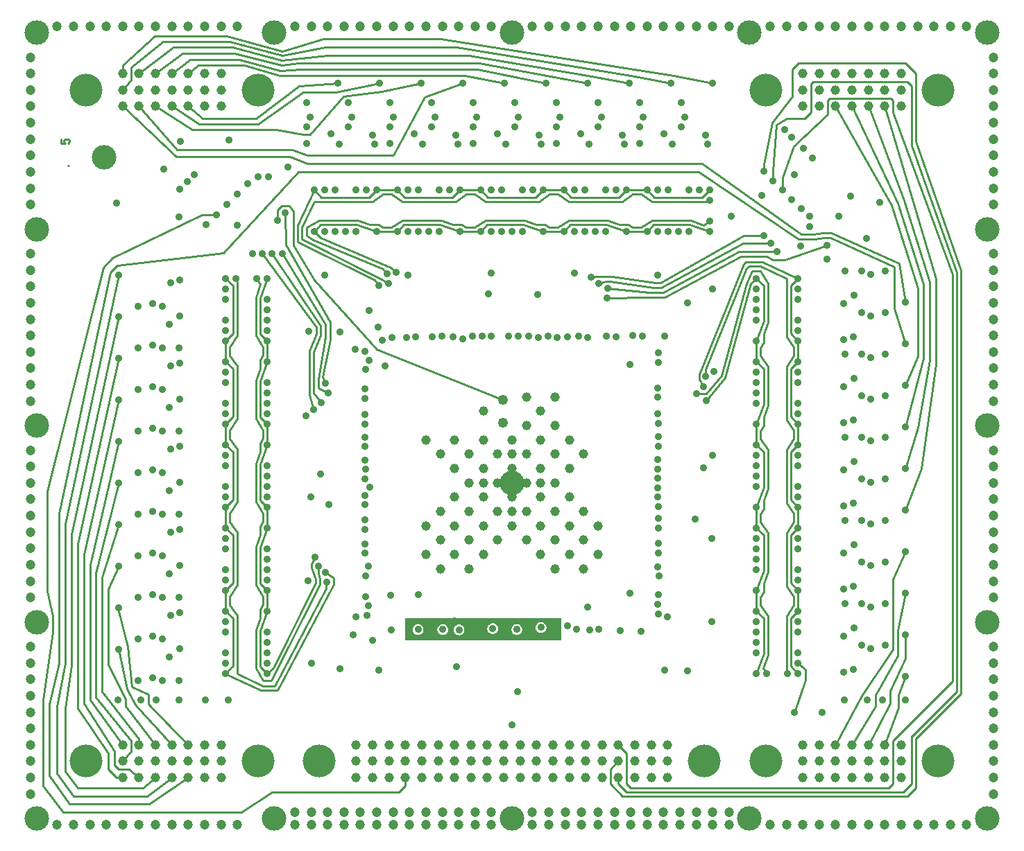
<source format=gbr>
G04 start of page 3 for group 1 idx 1 *
G04 Title: HETEPTANA, signal *
G04 Creator: pcb 1.99z *
G04 CreationDate: Mo 30 Mär 2015 16:46:12 GMT UTC *
G04 For: stephan *
G04 Format: Gerber/RS-274X *
G04 PCB-Dimensions (mil): 5511.81 4724.41 *
G04 PCB-Coordinate-Origin: lower left *
%MOIN*%
%FSLAX25Y25*%
%LNSIGNAL*%
%ADD51C,0.0236*%
%ADD50C,0.0787*%
%ADD49C,0.0276*%
%ADD48C,0.0256*%
%ADD47C,0.0866*%
%ADD46C,0.0157*%
%ADD45C,0.0160*%
%ADD44C,0.0492*%
%ADD43C,0.0354*%
%ADD42C,0.0360*%
%ADD41C,0.1181*%
%ADD40C,0.0472*%
%ADD39C,0.1575*%
%ADD38C,0.0453*%
%ADD37C,0.0098*%
%ADD36C,0.0100*%
%ADD35C,0.0098*%
%ADD34C,0.0001*%
G54D34*G36*
X289563Y143701D02*X299213D01*
Y132874D01*
X289563D01*
Y136578D01*
X289567Y136578D01*
X289973Y136610D01*
X290369Y136705D01*
X290745Y136861D01*
X291092Y137074D01*
X291402Y137338D01*
X291667Y137648D01*
X291879Y137995D01*
X292035Y138371D01*
X292130Y138767D01*
X292154Y139173D01*
X292130Y139579D01*
X292035Y139975D01*
X291879Y140352D01*
X291667Y140699D01*
X291402Y141008D01*
X291092Y141273D01*
X290745Y141486D01*
X290369Y141642D01*
X289973Y141737D01*
X289567Y141769D01*
X289563Y141768D01*
Y143701D01*
G37*
G36*
X277949D02*X289563D01*
Y141768D01*
X289161Y141737D01*
X288765Y141642D01*
X288389Y141486D01*
X288041Y141273D01*
X287732Y141008D01*
X287467Y140699D01*
X287254Y140352D01*
X287099Y139975D01*
X287004Y139579D01*
X286972Y139173D01*
X287004Y138767D01*
X287099Y138371D01*
X287254Y137995D01*
X287467Y137648D01*
X287732Y137338D01*
X288041Y137074D01*
X288389Y136861D01*
X288765Y136705D01*
X289161Y136610D01*
X289563Y136578D01*
Y132874D01*
X277949D01*
Y135594D01*
X277953Y135594D01*
X278359Y135626D01*
X278755Y135721D01*
X279131Y135876D01*
X279478Y136089D01*
X279788Y136354D01*
X280052Y136663D01*
X280265Y137011D01*
X280421Y137387D01*
X280516Y137783D01*
X280540Y138189D01*
X280516Y138595D01*
X280421Y138991D01*
X280265Y139367D01*
X280052Y139715D01*
X279788Y140024D01*
X279478Y140289D01*
X279131Y140501D01*
X278755Y140657D01*
X278359Y140752D01*
X277953Y140784D01*
X277949Y140784D01*
Y143701D01*
G37*
G36*
X266335D02*X277949D01*
Y140784D01*
X277547Y140752D01*
X277151Y140657D01*
X276774Y140501D01*
X276427Y140289D01*
X276118Y140024D01*
X275853Y139715D01*
X275640Y139367D01*
X275484Y138991D01*
X275389Y138595D01*
X275357Y138189D01*
X275389Y137783D01*
X275484Y137387D01*
X275640Y137011D01*
X275853Y136663D01*
X276118Y136354D01*
X276427Y136089D01*
X276774Y135876D01*
X277151Y135721D01*
X277547Y135626D01*
X277949Y135594D01*
Y132874D01*
X266335D01*
Y135988D01*
X266339Y135987D01*
X266745Y136019D01*
X267141Y136114D01*
X267517Y136270D01*
X267864Y136483D01*
X268174Y136747D01*
X268438Y137057D01*
X268651Y137404D01*
X268807Y137781D01*
X268902Y138177D01*
X268926Y138583D01*
X268902Y138989D01*
X268807Y139385D01*
X268651Y139761D01*
X268438Y140108D01*
X268174Y140418D01*
X267864Y140682D01*
X267517Y140895D01*
X267141Y141051D01*
X266745Y141146D01*
X266339Y141178D01*
X266335Y141178D01*
Y143701D01*
G37*
G36*
X250193D02*X266335D01*
Y141178D01*
X265933Y141146D01*
X265537Y141051D01*
X265160Y140895D01*
X264813Y140682D01*
X264503Y140418D01*
X264239Y140108D01*
X264026Y139761D01*
X263870Y139385D01*
X263775Y138989D01*
X263743Y138583D01*
X263775Y138177D01*
X263870Y137781D01*
X264026Y137404D01*
X264239Y137057D01*
X264503Y136747D01*
X264813Y136483D01*
X265160Y136270D01*
X265537Y136114D01*
X265933Y136019D01*
X266335Y135988D01*
Y132874D01*
X250193D01*
Y135397D01*
X250197Y135397D01*
X250603Y135429D01*
X250999Y135524D01*
X251375Y135680D01*
X251722Y135892D01*
X252032Y136157D01*
X252297Y136467D01*
X252509Y136814D01*
X252665Y137190D01*
X252760Y137586D01*
X252784Y137992D01*
X252760Y138398D01*
X252665Y138794D01*
X252509Y139170D01*
X252297Y139518D01*
X252032Y139827D01*
X251722Y140092D01*
X251375Y140305D01*
X250999Y140460D01*
X250603Y140556D01*
X250197Y140588D01*
X250193Y140587D01*
Y143701D01*
G37*
G36*
X242319D02*X250193D01*
Y140587D01*
X249791Y140556D01*
X249395Y140460D01*
X249019Y140305D01*
X248671Y140092D01*
X248362Y139827D01*
X248097Y139518D01*
X247884Y139170D01*
X247728Y138794D01*
X247633Y138398D01*
X247601Y137992D01*
X247633Y137586D01*
X247728Y137190D01*
X247884Y136814D01*
X248097Y136467D01*
X248362Y136157D01*
X248671Y135892D01*
X249019Y135680D01*
X249395Y135524D01*
X249791Y135429D01*
X250193Y135397D01*
Y132874D01*
X242319D01*
Y135594D01*
X242323Y135594D01*
X242729Y135626D01*
X243125Y135721D01*
X243501Y135876D01*
X243848Y136089D01*
X244158Y136354D01*
X244423Y136663D01*
X244635Y137011D01*
X244791Y137387D01*
X244886Y137783D01*
X244910Y138189D01*
X244886Y138595D01*
X244791Y138991D01*
X244635Y139367D01*
X244423Y139715D01*
X244158Y140024D01*
X243848Y140289D01*
X243501Y140501D01*
X243125Y140657D01*
X242729Y140752D01*
X242323Y140784D01*
X242319Y140784D01*
Y143701D01*
G37*
G36*
X230508D02*X242319D01*
Y140784D01*
X241917Y140752D01*
X241521Y140657D01*
X241145Y140501D01*
X240797Y140289D01*
X240488Y140024D01*
X240223Y139715D01*
X240010Y139367D01*
X239854Y138991D01*
X239759Y138595D01*
X239727Y138189D01*
X239759Y137783D01*
X239854Y137387D01*
X240010Y137011D01*
X240223Y136663D01*
X240488Y136354D01*
X240797Y136089D01*
X241145Y135876D01*
X241521Y135721D01*
X241917Y135626D01*
X242319Y135594D01*
Y132874D01*
X230508D01*
Y135594D01*
X230512Y135594D01*
X230918Y135626D01*
X231314Y135721D01*
X231690Y135876D01*
X232037Y136089D01*
X232347Y136354D01*
X232612Y136663D01*
X232824Y137011D01*
X232980Y137387D01*
X233075Y137783D01*
X233099Y138189D01*
X233075Y138595D01*
X232980Y138991D01*
X232824Y139367D01*
X232612Y139715D01*
X232347Y140024D01*
X232037Y140289D01*
X231690Y140501D01*
X231314Y140657D01*
X230918Y140752D01*
X230512Y140784D01*
X230508Y140784D01*
Y143701D01*
G37*
G36*
X224409D02*X230508D01*
Y140784D01*
X230106Y140752D01*
X229710Y140657D01*
X229334Y140501D01*
X228986Y140289D01*
X228677Y140024D01*
X228412Y139715D01*
X228199Y139367D01*
X228043Y138991D01*
X227948Y138595D01*
X227916Y138189D01*
X227948Y137783D01*
X228043Y137387D01*
X228199Y137011D01*
X228412Y136663D01*
X228677Y136354D01*
X228986Y136089D01*
X229334Y135876D01*
X229710Y135721D01*
X230106Y135626D01*
X230508Y135594D01*
Y132874D01*
X224409D01*
Y143701D01*
G37*
G54D35*X413000Y306941D02*X409500Y303441D01*
Y280441D01*
X413000Y276941D01*
X407500Y306941D02*Y278941D01*
X396500Y303691D02*Y286441D01*
X398500Y304441D02*Y285941D01*
X407500Y278941D02*X411000Y273941D01*
Y269941D01*
X407500Y264441D01*
X413000Y276941D02*Y266941D01*
X409500Y263441D01*
X393000Y276941D02*X396500Y286441D01*
X398500Y285941D02*X396500Y280191D01*
Y276191D01*
X393000Y266941D02*X396500Y263691D01*
Y246441D01*
X398500Y264441D02*Y245941D01*
X393000Y276941D02*Y266941D01*
X395000Y273691D02*Y269941D01*
Y273691D02*X396500Y276191D01*
X398500Y264441D02*X395000Y269941D01*
X390354Y304528D02*X377953Y259252D01*
X388189Y304724D02*X376181Y260236D01*
X386811Y313976D02*X365543Y260846D01*
X388189Y311811D02*X368701Y263189D01*
X365551Y258661D02*X367520Y254921D01*
X368701Y263189D02*Y259843D01*
X368898Y251575D02*X364370D01*
X376181Y260236D02*X368898Y251575D01*
X377953Y259252D02*X368898Y248425D01*
X365543Y260846D02*X365551Y258661D01*
X393000Y306941D02*X396500Y303691D01*
X413000Y306941D02*X396000Y314941D01*
X406500Y315941D02*X401000D01*
X395000Y312941D02*X407500Y306941D01*
X398500Y304441D02*X395000Y310441D01*
X391000D02*X395000D01*
X389500Y312941D02*X395000D01*
X387992Y314961D02*X396000Y314941D01*
X387992Y314961D02*X386811Y313976D01*
X389500Y312941D02*X388189Y311811D01*
X403000Y319941D02*X384500D01*
X401000Y315941D02*X398000Y317441D01*
X385500D01*
X393000Y306941D02*X390354Y304528D01*
X391000Y310441D02*X388189Y304724D01*
X387000Y327441D02*X346850Y304906D01*
X386500Y323941D02*X347441Y302596D01*
X384500Y319941D02*X348228Y300181D01*
X385500Y317441D02*X349069Y297766D01*
X413189Y325787D02*X365354Y358268D01*
X396500Y327441D02*X387000D01*
X400000Y323941D02*X386500D01*
X405500Y349441D02*Y355441D01*
X414764Y328346D02*X366929Y362205D01*
X396500Y358441D02*Y361941D01*
X401000Y353941D02*Y358441D01*
X343701Y302596D02*X347441D01*
X339817Y297766D02*X349069D01*
X409500Y263441D02*Y240441D01*
X407500Y264441D02*Y238941D01*
X409500Y223441D02*Y200441D01*
Y240441D02*X413000Y236941D01*
X407500Y238941D02*X411000Y233941D01*
X413000Y236941D02*Y226941D01*
X411000Y233941D02*Y229941D01*
X413000Y226941D02*X409500Y223441D01*
Y200441D02*X413000Y196941D01*
X411000Y229941D02*X407500Y224441D01*
Y198941D01*
X427000Y322941D02*X406500Y315941D01*
X424803Y328937D02*X420276Y328346D01*
X414764D01*
X405500Y355441D02*X411000Y370441D01*
X427165Y385827D01*
X407480Y383858D02*X416339D01*
X425591Y326575D02*X421063Y325787D01*
X413189D01*
X393000Y236941D02*X396500Y246441D01*
X398500Y245941D02*X396500Y240191D01*
Y236191D01*
X393000Y226941D02*X396500Y223691D01*
Y206441D01*
X398500Y224441D02*Y205941D01*
X393000Y236941D02*Y226941D01*
X395000Y233691D02*Y229941D01*
Y233691D02*X396500Y236191D01*
X398500Y224441D02*X395000Y229941D01*
X396500Y361941D02*X400591Y381890D01*
X401000Y358441D02*X402559Y380906D01*
X464500Y275441D02*X459250Y292441D01*
X470472Y269685D02*Y302165D01*
X473425Y268701D02*Y304134D01*
X459250Y292441D02*Y312691D01*
X428543Y326575D01*
X425591D01*
X461750Y314191D02*X428937Y328937D01*
X424803D01*
X464500Y255441D02*X470472Y269685D01*
X464500Y235441D02*X473425Y268701D01*
X464500Y215441D02*X470472Y235236D01*
X476378Y267717D01*
X464500Y195441D02*X472441Y215551D01*
X479331Y265748D01*
X476378Y267717D02*Y305118D01*
X479331Y265748D02*Y307087D01*
X407500Y198941D02*X411000Y193941D01*
Y189941D01*
X407500Y184441D01*
X413000Y196941D02*Y186941D01*
X409500Y183441D01*
Y160441D01*
X407500Y184441D02*Y158941D01*
X409500Y160441D02*X413000Y156941D01*
X407500Y158941D02*X411000Y153941D01*
X413000Y156941D02*Y146941D01*
X409500Y143441D01*
X411000Y153941D02*Y149941D01*
X407500Y144441D01*
X393000Y196941D02*X396500Y206441D01*
X398500Y205941D02*X396500Y200191D01*
Y196191D01*
X393000Y186941D02*X396500Y183691D01*
Y166441D01*
X398500Y184441D02*Y165941D01*
X393000Y196941D02*Y186941D01*
X395000Y193691D02*Y189941D01*
Y193691D02*X396500Y196191D01*
X398500Y184441D02*X395000Y189941D01*
X393000Y156941D02*X396500Y166441D01*
X398500Y165941D02*X396500Y160191D01*
Y156191D01*
X393000Y146941D02*X396500Y143691D01*
Y126441D01*
X393000Y116941D02*X396500Y126441D01*
X398500Y144441D02*Y125941D01*
X396250Y119691D01*
X398000Y116941D01*
X393000Y156941D02*Y146941D01*
X395000Y153691D02*Y149941D01*
Y153691D02*X396500Y156191D01*
X398500Y144441D02*X395000Y149941D01*
X409500Y143441D02*Y120441D01*
X407500Y144441D02*Y118941D01*
X408000Y116941D01*
X438976Y82677D02*X450197Y101181D01*
X446850Y82677D02*X457250Y102441D01*
X454724Y82677D02*X461250Y100691D01*
X461614Y87598D02*X458661Y84646D01*
X456693Y62008D02*X332677D01*
X469488Y85630D02*Y62008D01*
X467520Y63976D02*Y86614D01*
X465551Y91535D02*X461614Y87598D01*
X458661Y84646D02*Y63976D01*
X456693Y62008D01*
X467520Y63976D02*X463583Y60039D01*
X330709D01*
X469488Y62008D02*X465551Y58071D01*
X328740D01*
X409500Y120441D02*X413000Y116941D01*
X431102Y82677D02*X443504Y106299D01*
X413000Y121941D02*X416732Y118898D01*
Y113976D01*
X411417Y98425D01*
X458500Y128691D02*Y162191D01*
X461000Y125691D02*Y137441D01*
X464500Y124191D02*Y135441D01*
X461000Y137441D02*X464500Y155441D01*
X458500Y162191D02*X464500Y175441D01*
X450197Y101181D02*Y106496D01*
X443504Y106299D02*X458500Y128691D01*
X450197Y106496D02*X461000Y125691D01*
X457250Y102441D02*Y108441D01*
X464500Y124191D01*
X461250Y106441D02*X464500Y115441D01*
X461250Y100691D02*Y106441D01*
X491142Y311024D02*Y107283D01*
X469488Y85630D01*
X467520Y86614D03*
X489173Y108268D01*
Y310039D01*
X487205Y309055D02*Y113189D01*
X465551Y91535D01*
X427165Y385827D02*Y392717D01*
X428150Y393701D01*
X402559Y380906D02*X407480Y383858D01*
X416339D02*X419291Y386811D01*
Y400591D01*
X420276Y401575D01*
X400591Y381890D02*X410433Y394685D01*
Y407480D01*
X413386Y410433D01*
X428150Y393701D02*X457677D01*
X458661Y392717D01*
X420276Y401575D02*X465551D01*
X467520Y399606D01*
X413386Y410433D02*X464567D01*
X469488Y405512D01*
X464500Y295441D02*X461750Y314191D01*
X470472Y302165D02*X458071Y342126D01*
X473425Y304134D02*X460827Y343307D01*
X476378Y305118D02*X463976Y344488D01*
X467520Y371063D02*X489173Y310039D01*
X469488Y373031D02*X491142Y311024D01*
X479331Y307087D02*X454724Y389764D01*
X458661Y386811D02*X487205Y309055D01*
X469488Y405512D02*Y373031D01*
X458661Y392717D02*Y386811D01*
X467520Y399606D02*Y371063D01*
X460827Y343307D02*X438976Y389764D01*
X458071Y342126D02*X431102Y389764D01*
X463976Y344488D02*X446850Y389764D01*
X224000Y345941D02*X247000D01*
X177165Y362205D02*X168898Y365551D01*
X170472Y339370D02*Y322835D01*
X180512Y306299D01*
X217126Y312205D02*X220079Y309843D01*
X180118Y325591D02*X213583Y311614D01*
X209646Y306102D02*X211614Y303543D01*
X212992Y306693D02*X216142Y304528D01*
X300500Y349441D02*X304000Y345941D01*
X303000Y343941D02*X328500D01*
X327000Y345941D02*X330500Y349441D01*
X328500Y343941D02*X333500Y347441D01*
X330500Y349441D02*X340500D01*
X344000Y345941D01*
X367000D02*X370500Y349441D01*
X343000Y343941D02*X368500D01*
X370500Y344441D01*
X263750Y332941D02*X281000D01*
X290500Y329441D02*X281000Y332941D01*
X281500Y334941D02*X263000D01*
X281500D02*X287250Y332941D01*
X290500Y329441D02*X300500D01*
X287250Y332941D02*X291250D01*
X297500Y331441D02*X293750D01*
X291250Y332941D01*
X300500Y329441D02*X303750Y332941D01*
X303000Y334941D02*X297500Y331441D01*
X303750Y332941D02*X321000D01*
X321500Y334941D02*X303000D01*
X321500D02*X327250Y332941D01*
X330500Y329441D02*X321000Y332941D01*
X330500Y329441D02*X340500D01*
X327250Y332941D02*X331250D01*
X337500Y331441D02*X333750D01*
X331250Y332941D01*
X340500Y329441D02*X343750Y332941D01*
X361000D01*
X370500Y329441D02*X361000Y332941D01*
X361500Y334941D02*X367750Y332691D01*
X370500Y334441D01*
X361500Y334941D02*X343000D01*
X337500Y331441D01*
X247000Y345941D02*X250500Y349441D01*
X260500D01*
X264000Y345941D01*
X253500Y347441D02*X257500D01*
X248500Y343941D02*X253500Y347441D01*
X257500D02*X263000Y343941D01*
X287000Y345941D02*X290500Y349441D01*
X263000Y343941D02*X288500D01*
X293500Y347441D01*
X290500Y349441D02*X300500D01*
X293500Y347441D02*X297500D01*
X303000Y343941D01*
X333500Y347441D02*X337500D01*
X343000Y343941D01*
X264000Y345941D02*X287000D01*
X304000D02*X327000D01*
X344000D02*X367000D01*
X173031Y358268D02*X365354D01*
X366929Y362205D02*X177165D01*
X317323Y304528D02*X320472Y305512D01*
X323622Y307874D02*X316929D01*
X320472Y305512D02*X322638D01*
X316929Y307874D02*X313500Y307441D01*
X348228Y300181D02*X341732D01*
X321260Y297441D02*X339817Y297766D01*
X341732Y300181D02*X321654Y302165D01*
X346850Y304906D02*X344488D01*
X323622Y307874D01*
X322638Y305512D02*X343701Y302596D01*
X180500Y349441D02*X184000Y345941D01*
X207000D01*
X180500Y343941D02*X208500D01*
X194750Y394691D02*X178740Y376378D01*
X233500Y394191D02*X218504Y366142D01*
X177165D01*
X213000Y396941D02*X194750Y394691D01*
X207000Y345941D02*X210500Y349441D01*
X208500Y343941D02*X213500Y347441D01*
X210500Y349441D02*X220500D01*
X224000Y345941D01*
X213500Y347441D02*X217500D01*
X223000Y343941D01*
X248500D01*
X210500Y329441D02*X201000Y332941D01*
X210500Y329441D02*X220500D01*
X207250Y332941D02*X211250D01*
X217500Y331441D02*X213750D01*
X211250Y332941D01*
X220500Y329441D02*X223750Y332941D01*
X241000D01*
X241500Y334941D02*X223000D01*
X217500Y331441D01*
X172500Y324441D02*X209646Y306102D01*
X174500Y325941D02*X212992Y306693D01*
X85827Y313189D02*X136870Y319094D01*
X180500Y329441D02*X183661Y326575D01*
X177000Y331441D02*Y327441D01*
X180118Y325591D01*
X174500Y331441D02*Y325941D01*
X172500Y332441D02*Y324441D01*
X166929Y323425D02*X166500Y338441D01*
X183750Y332941D02*X201000D01*
X201500Y334941D02*X183000D01*
X201500D02*X207250Y332941D01*
X183661Y326575D02*X217126Y312205D01*
X213583Y311614D02*X215587Y309154D01*
X155709Y318898D02*X181496Y283465D01*
X160433Y318898D02*X183750Y284191D01*
X165157Y318898D02*X186000Y284941D01*
X188250Y285762D02*X166929Y323425D01*
X181496Y280118D02*X178346Y272244D01*
X180315Y271654D02*X183750Y279663D01*
X181496Y283465D02*Y280118D01*
X183750Y284191D02*Y279663D01*
X186000Y284941D02*Y278839D01*
X188250Y277691D02*Y285762D01*
X180512Y306299D02*X210630Y273031D01*
X164370Y406890D02*X144685Y412402D01*
X163976Y404528D02*X147047Y409449D01*
X125000D01*
X120866Y412402D02*X112205Y405512D01*
X117126Y415354D02*X104331Y405512D01*
X144685Y412402D02*X120866D01*
X142323Y415354D02*X117126D01*
X141142Y418110D02*X112992D01*
X139961Y420866D02*X107874D01*
X138780Y423622D02*X103937D01*
X173425Y410433D02*X164961Y409449D01*
X187008Y414370D02*X164961Y411811D01*
X185039Y422244D02*X165354Y416339D01*
X186024Y418307D02*X165157Y414173D01*
X174409Y407480D02*X164370Y406890D01*
X165157Y414173D02*X139961Y420866D01*
X165354Y416339D02*X138780Y423622D01*
X164961Y411811D02*X141142Y418110D01*
X164961Y409449D02*X142323Y415354D01*
X180500Y329441D02*X183750Y332941D01*
X180500Y349441D02*X172500Y332441D01*
X163000Y339941D02*X164961Y341929D01*
X168504D01*
X170472Y339370D01*
X174500Y331441D02*X180500Y343941D01*
X183000Y334941D02*X177000Y331441D01*
X173228Y399606D02*X152559Y383858D01*
X175197Y396654D02*X153740Y381102D01*
X152559Y383858D02*X126969D01*
X153740Y381102D02*X125197D01*
X136870Y319094D02*X173031Y358268D01*
X133500Y337441D02*X126500D01*
X163000Y334941D02*Y339941D01*
X162205Y378543D02*X121850D01*
X178740Y376378D02*X175394D01*
X177165Y366142D02*X170079Y368898D01*
X175394Y376378D02*X162205Y378543D01*
X170079Y368898D02*X114764D01*
X168898Y365551D02*X114370D01*
X250500Y329441D02*X241000Y332941D01*
X241500Y334941D02*X247250Y332941D01*
X251250D01*
X250500Y329441D02*X260500D01*
X257500Y331441D02*X253750D01*
X251250Y332941D01*
X260500Y329441D02*X263750Y332941D01*
X263000Y334941D02*X257500Y331441D01*
X192000Y400941D02*X173228Y399606D01*
X212000Y400941D02*X190945Y396654D01*
X175197D01*
X252953Y404528D02*X163976D01*
X232000Y400941D02*X213000Y396941D01*
X252000Y400941D02*X233500Y394191D01*
X272000Y400941D02*X252953Y404528D01*
X258858Y407480D02*X174409D01*
X259843Y410433D02*X173425D01*
X292000Y400941D02*X258858Y407480D01*
X312000Y400941D02*X259843Y410433D01*
X312008Y404528D02*X254921Y414370D01*
X332677Y404528D02*X249016Y418307D01*
X332000Y400941D02*X312008Y404528D01*
X352000Y400941D02*X332677Y404528D01*
X372000Y400941D02*X353346Y404528D01*
X241142Y422244D01*
X185039D01*
X249016Y418307D02*X186024D01*
X254921Y414370D02*X187008D01*
X137500Y116941D02*X155000Y108941D01*
X156000Y110941D02*X143500Y116941D01*
X137500D02*X141500Y120441D01*
Y143441D02*Y120441D01*
Y143441D02*X138000Y146941D01*
X143500Y144941D02*Y116941D01*
Y144941D02*X140000Y149941D01*
X158000Y116941D02*X154500Y120191D01*
X158000Y116941D02*X160827Y119685D01*
X152500Y119441D02*X156000Y113441D01*
X160000D01*
X156000Y110941D02*X161500D01*
X155000Y108941D02*X163000D01*
X154500Y137441D02*Y120191D01*
X152500Y137941D02*Y119441D01*
Y137941D02*X154500Y143691D01*
X145669Y50197D02*X160433Y60039D01*
X138000Y156941D02*Y146941D01*
Y156941D02*X141500Y160441D01*
Y183441D02*Y160441D01*
X140000Y153941D02*Y149941D01*
X143500Y184941D02*Y159441D01*
X141500Y183441D02*X138000Y186941D01*
X143500Y184941D02*X140000Y189941D01*
X138000Y196941D02*Y186941D01*
X140000Y193941D02*Y189941D01*
Y153941D02*X143500Y159441D01*
X140000Y193941D02*X143500Y199441D01*
X158000Y146941D02*X154500Y137441D01*
X158000Y156941D02*Y146941D01*
X154500Y147691D02*Y143691D01*
X156000Y153941D02*Y150191D01*
X154500Y147691D01*
X158000Y156941D02*X154500Y160191D01*
Y177441D02*Y160191D01*
X152500Y177941D02*Y159441D01*
X156000Y153941D01*
X183858Y247244D02*X180315Y251772D01*
X187205Y251969D02*X182480Y254331D01*
X185827Y256496D02*X184646Y259646D01*
X182480Y254331D02*Y258465D01*
X186000Y278839D01*
X184646Y259646D02*X188250Y277691D01*
X210630Y273031D02*X271457Y248622D01*
X178346Y250984D02*X180250Y243941D01*
X180315Y251772D02*Y271654D01*
X178346Y272244D02*Y250984D01*
X332677Y62008D02*X330709Y63976D01*
Y60039D02*X326772Y63976D01*
Y66929D01*
X328740Y58071D02*X322835Y63976D01*
X330709D02*Y78740D01*
X326772Y82677D01*
X322835Y63976D02*Y70866D01*
X326772Y74803D01*
X160433Y60039D02*X221457D01*
X224409Y62992D01*
Y66929D01*
X160000Y113441D02*X183250Y159941D01*
X160827Y119685D02*X181250Y160441D01*
X163000Y108941D02*X189961Y159843D01*
X161500Y110941D02*X186417Y158071D01*
X181250Y162213D02*X179331Y167913D01*
Y169488D01*
X181102Y172835D01*
X182677Y164961D02*Y168504D01*
X186417Y158071D02*X186614Y161024D01*
X183250Y162697D02*X182677Y164961D01*
X189961Y159843D02*Y162795D01*
X183250Y159941D02*Y162697D01*
X189961Y162795D02*X186024Y165551D01*
X181250Y160441D02*Y162213D01*
X138000Y196941D02*X141500Y200441D01*
Y223441D02*Y200441D01*
X143500Y224941D02*Y199441D01*
X141500Y223441D02*X138000Y226941D01*
X143500Y224941D02*X140000Y229941D01*
X138000Y236941D02*Y226941D01*
X140000Y233941D02*Y229941D01*
X141500Y263441D02*X138000Y266941D01*
X143500Y264941D02*X140000Y269941D01*
X138000Y276941D02*Y266941D01*
X140000Y273941D02*Y269941D01*
X138000Y236941D02*X141500Y240441D01*
Y263441D02*Y240441D01*
X140000Y233941D02*X143500Y239441D01*
Y264941D02*Y239441D01*
X138000Y276941D02*X141500Y280441D01*
Y303441D02*Y280441D01*
Y303441D02*X138000Y306941D01*
X140000Y273941D02*X143500Y279441D01*
Y304941D02*Y279441D01*
Y304941D02*X143000Y306941D01*
X158000Y186941D02*X154500Y177441D01*
X152500Y177941D02*X154500Y183691D01*
Y187691D02*Y183691D01*
X158000Y196941D02*Y186941D01*
X156000Y193941D02*Y190191D01*
X154500Y187691D01*
X158000Y196941D02*X154500Y200191D01*
X152500Y199441D02*X156000Y193941D01*
X154500Y217441D02*Y200191D01*
X158000Y226941D02*X154500Y217441D01*
X152500Y217941D02*Y199441D01*
Y217941D02*X154500Y223691D01*
X158000Y236941D02*Y226941D01*
X154500Y227691D02*Y223691D01*
X156000Y233941D02*Y230191D01*
X154500Y227691D01*
X158000Y236941D02*X154500Y240191D01*
X152500Y239441D02*X156000Y233941D01*
X154500Y257441D02*Y240191D01*
X152500Y257941D02*Y239441D01*
Y257941D02*X154500Y263691D01*
X158000Y266941D02*X154500Y257441D01*
X158000Y276941D02*Y266941D01*
X154500Y267691D02*Y263691D01*
X156000Y273941D02*Y270191D01*
X154500Y267691D01*
X158000Y276941D02*X154500Y280191D01*
Y297441D02*Y280191D01*
X158000Y306941D02*X154500Y297441D01*
X152500Y297941D02*X154750Y304191D01*
X153000Y306941D01*
X152500Y297941D02*Y279441D01*
X156000Y273941D01*
X75787Y165354D02*X86500Y208441D01*
X52165Y204724D02*Y156496D01*
X55118Y144685D01*
X72835Y169291D02*X86500Y228441D01*
X69882Y174213D02*X86500Y248441D01*
X66929Y179134D02*X86500Y268441D01*
X63976Y184055D02*X86500Y288441D01*
X61024Y188976D02*X86500Y308441D01*
X58071Y193898D02*X82480Y309843D01*
X83661Y316929D02*X79136Y312262D01*
G54D36*X62746Y361132D02*X62346D01*
G54D35*X79136Y312262D02*X52165Y204724D01*
X82480Y309843D02*X85827Y313189D01*
X126500Y337441D02*X83661Y316929D01*
X114370Y365551D02*X88583Y389764D01*
X114764Y368898D02*X96457Y389764D01*
X121850Y378543D02*X104331Y389764D01*
X126969Y383858D02*X120079Y389764D01*
X125197Y381102D02*X112205Y389764D01*
X125000Y409449D02*X120079Y405512D01*
X112992Y418110D02*X96457Y405512D01*
X107874Y420866D02*X92520Y408661D01*
X103937Y423622D02*X88583Y409449D01*
Y405512D01*
X92520Y408661D02*Y402756D01*
X88583Y397638D01*
Y66929D02*X85630D01*
X81693Y70866D02*Y78740D01*
X96457Y66929D02*X91535Y70866D01*
X86614D01*
X84646Y72835D01*
X85630Y66929D02*X81693Y70866D01*
X88583Y74803D02*X92520Y79724D01*
X96457Y82677D02*Y85630D01*
X104331Y82677D02*X90000Y101191D01*
X92520Y79724D02*Y84646D01*
X66929Y62008D02*X61024Y69882D01*
X64961Y58071D02*X57087Y68898D01*
X62992Y54134D02*X53150Y67913D01*
X50197Y104331D02*Y62992D01*
X100984Y102165D02*X120079Y82677D01*
X94500Y101941D02*X112205Y82677D01*
X81693Y157480D02*X86500Y168441D01*
X78740Y163386D02*X86500Y188441D01*
X69882Y102559D02*Y174213D01*
X66929Y100394D02*Y179134D01*
X63976Y121063D02*Y184055D01*
X61024Y122047D02*Y188976D01*
X58071Y122047D02*Y193898D01*
X55118Y144685D02*Y136811D01*
X50197Y104331D01*
X84646Y72835D02*Y79724D01*
X69882Y102559D01*
X81693Y78740D02*X66929Y100394D01*
X92520Y84646D02*X75750Y105691D01*
X88583Y82677D02*X72835Y104134D01*
X61024Y69882D02*Y100394D01*
X57087Y68898D02*Y101378D01*
X53150Y67913D02*Y102362D01*
X58071Y122047D01*
X57087Y101378D02*X61024Y122047D01*
Y100394D02*X63976Y121063D01*
X96457Y85630D02*X78750Y108191D01*
X104331Y66929D02*X98425Y62008D01*
X112205Y66929D02*X100394Y58071D01*
X120079Y66929D02*X101378Y54134D01*
X50197Y62992D02*X60039Y50197D01*
X98425Y62008D02*X66929D01*
X100394Y58071D02*X64961D01*
X101378Y54134D02*X62992D01*
X60039Y50197D02*X145669D01*
X86417Y148425D02*X91000Y129941D01*
X81750Y121191D02*X81693Y157480D01*
X78740Y125197D02*Y163386D01*
X75750Y105691D02*X75787Y165354D01*
X86500Y128441D02*X90750Y109441D01*
X72835Y104134D02*Y169291D01*
X93000Y110691D02*X101000Y106941D01*
X90000Y101191D02*Y104691D01*
X90750Y109441D02*X94500Y101941D01*
X101000Y106941D02*X100984Y102165D01*
X78750Y108191D02*X78740Y125197D01*
X90000Y104691D02*X81750Y121191D01*
X91000Y129941D02*X93000Y110691D01*
G54D37*X58874Y374047D02*Y372047D01*
X60874D01*
X60374Y372547D01*
Y373547D02*Y372547D01*
Y373547D02*X60874Y374047D01*
X62374D01*
X62874Y373547D02*X62374Y374047D01*
X62874Y373547D02*Y372547D01*
X62374Y372047D02*X62874Y372547D01*
G54D38*X263780Y66929D03*
X271654D03*
X279528D03*
X287402D03*
X295276D03*
X303150D03*
X311024D03*
X318898D03*
X326772D03*
X334646D03*
X342520D03*
X350394D03*
X255906D03*
Y74803D03*
X240157D03*
X248031D03*
X263780D03*
X271654D03*
X279528D03*
X287402D03*
X295276D03*
X303150D03*
X311024D03*
X318898D03*
X326772D03*
X334646D03*
X342520D03*
X350394D03*
X263780Y82677D03*
X271654D03*
X279528D03*
X287402D03*
X295276D03*
X303150D03*
X311024D03*
X318898D03*
X326772D03*
X334646D03*
X342520D03*
X350394D03*
G54D39*X368110Y74803D03*
X397638D03*
G54D38*X415354Y82677D03*
Y74803D03*
Y66929D03*
G54D39*X480315Y74803D03*
G54D38*X462598Y82677D03*
X454724D03*
X462598Y74803D03*
Y66929D03*
X438976Y82677D03*
X431102D03*
X423228D03*
X438976Y74803D03*
X431102D03*
X423228D03*
X446850Y82677D03*
X454724Y74803D03*
X446850D03*
X454724Y66929D03*
X446850D03*
X438976D03*
X431102D03*
X423228D03*
G54D39*X480315Y397638D03*
G54D38*X462598Y389764D03*
Y397638D03*
G54D39*X397638D03*
G54D38*X462598Y405512D03*
X454724D03*
X415354Y389764D03*
X423228D03*
X431102D03*
X415354Y397638D03*
X423228D03*
X431102D03*
X438976Y389764D03*
X446850D03*
X454724D03*
X438976Y397638D03*
X446850D03*
X454724D03*
X423228Y405512D03*
X431102D03*
X438976D03*
X446850D03*
X415354D03*
G54D40*X242126Y428150D03*
X250000D03*
X257874D03*
X265748D03*
G54D41*X275591Y425197D03*
G54D40*X285433Y428150D03*
X293307D03*
X301181D03*
X309055D03*
X316929D03*
X324803D03*
X332677D03*
X340551D03*
X348425D03*
X356299D03*
X364173D03*
X372047D03*
X379921D03*
X399606D03*
X407480D03*
X415354D03*
G54D41*X389764Y425197D03*
G54D40*X423228Y428150D03*
X431102D03*
X438976D03*
X446850D03*
X454724D03*
X462598D03*
X470472D03*
X478346D03*
X486220D03*
X494094D03*
G54D38*X224409Y66929D03*
X232283D03*
X240157D03*
X248031D03*
X200787D03*
X208661D03*
X216535D03*
X208661Y74803D03*
Y82677D03*
X216535Y74803D03*
X224409D03*
X232283D03*
G54D39*X183071D03*
G54D38*X200787D03*
Y82677D03*
X216535D03*
X224409D03*
X232283D03*
X240157D03*
X248031D03*
X255906D03*
G54D40*X187008Y44291D03*
X194882D03*
X202756D03*
X210630D03*
X218504D03*
X226378D03*
X234252D03*
X242126D03*
X250000D03*
X257874D03*
X265748D03*
X285433D03*
G54D41*X275591Y47244D03*
G54D40*X293307Y44291D03*
X301181D03*
X309055D03*
X316929D03*
X324803D03*
X332677D03*
X340551D03*
X348425D03*
X356299D03*
X364173D03*
X372047D03*
X379921D03*
X399606D03*
X407480D03*
X415354D03*
X423228D03*
X431102D03*
G54D41*X389764Y47244D03*
G54D40*X438976Y44291D03*
X446850D03*
X454724D03*
X462598D03*
X470472D03*
X478346D03*
X486220D03*
X494094D03*
G54D41*X503937Y47244D03*
G54D40*X506890Y59055D03*
Y66929D03*
Y74803D03*
Y82677D03*
Y90551D03*
Y98425D03*
Y106299D03*
Y114173D03*
Y122047D03*
Y129921D03*
Y153543D03*
Y161417D03*
Y169291D03*
Y177165D03*
Y185039D03*
Y192913D03*
G54D41*X503937Y141732D03*
G54D40*X506890Y200787D03*
Y208661D03*
Y216535D03*
Y224409D03*
Y248031D03*
Y255906D03*
Y263780D03*
Y271654D03*
G54D41*X503937Y236220D03*
Y330709D03*
G54D40*X506890Y279528D03*
Y287402D03*
Y295276D03*
Y303150D03*
Y311024D03*
Y318898D03*
Y342520D03*
Y350394D03*
Y358268D03*
Y366142D03*
Y374016D03*
Y381890D03*
Y389764D03*
Y397638D03*
Y405512D03*
Y413386D03*
G54D41*X503937Y425197D03*
G54D39*X70866Y397638D03*
G54D38*X88583Y405512D03*
Y397638D03*
Y389764D03*
X96457D03*
X112205Y405512D03*
X104331D03*
X96457D03*
X112205Y397638D03*
X104331D03*
X96457D03*
G54D40*X57087Y428150D03*
X64961D03*
X72835D03*
X80709D03*
G54D39*X153543Y397638D03*
G54D38*X135827Y405512D03*
X127953D03*
X120079D03*
X135827Y397638D03*
X127953D03*
X120079D03*
X127953Y389764D03*
X120079D03*
X112205D03*
X104331D03*
X135827D03*
G54D40*X88583Y428150D03*
X96457D03*
X104331D03*
X112205D03*
X120079D03*
X127953D03*
X135827D03*
X143701D03*
X171260D03*
X179134D03*
X187008D03*
X194882D03*
X202756D03*
X210630D03*
X218504D03*
X226378D03*
X234252D03*
G54D41*X161417Y425197D03*
G54D39*X153543Y74803D03*
G54D38*X135827Y66929D03*
Y74803D03*
Y82677D03*
X127953D03*
X112205Y66929D03*
X120079D03*
X127953D03*
X112205Y74803D03*
X120079D03*
X127953D03*
G54D39*X70866D03*
G54D38*X88583Y66929D03*
X96457D03*
X104331D03*
X88583Y74803D03*
X96457D03*
X104331D03*
X96457Y82677D03*
X104331D03*
X112205D03*
X120079D03*
X88583D03*
G54D40*X57087Y44291D03*
X64961D03*
X72835D03*
X80709D03*
X88583D03*
X96457D03*
G54D41*X47244Y47244D03*
G54D40*X104331Y44291D03*
X112205D03*
X120079D03*
X127953D03*
X135827D03*
X143701D03*
X171260D03*
X179134D03*
G54D41*X161417Y47244D03*
G54D40*X44291Y59055D03*
Y66929D03*
Y74803D03*
Y82677D03*
Y90551D03*
Y98425D03*
Y106299D03*
Y114173D03*
Y122047D03*
Y129921D03*
Y153543D03*
Y161417D03*
Y169291D03*
G54D41*X47244Y141732D03*
G54D40*X44291Y177165D03*
Y185039D03*
Y192913D03*
Y200787D03*
Y208661D03*
Y216535D03*
Y224409D03*
G54D41*X47244Y236220D03*
Y330709D03*
Y425197D03*
G54D40*X44291Y248031D03*
Y255906D03*
Y263780D03*
Y271654D03*
Y279528D03*
Y287402D03*
Y295276D03*
Y303150D03*
Y311024D03*
Y318898D03*
Y342520D03*
Y350394D03*
Y358268D03*
Y366142D03*
Y374016D03*
Y381890D03*
Y389764D03*
Y397638D03*
Y405512D03*
Y413386D03*
G54D42*X340500Y329441D03*
Y349441D03*
X345500Y308441D03*
X348819Y279134D03*
X333661Y279528D03*
X338386Y279331D03*
X330500Y329441D03*
X320500D03*
X315500D03*
G54D43*X321260Y297441D03*
G54D42*X359843Y295276D03*
X393000Y296941D03*
X413000D03*
X393000Y291941D03*
G54D43*X321654Y302165D03*
X317323Y304528D03*
X313500Y307441D03*
G54D42*X325591Y278937D03*
X370500Y349441D03*
X365500D03*
X370500Y344441D03*
G54D43*X410000Y344941D03*
X414500Y340441D03*
X395500Y346941D03*
X396500Y358441D03*
X401000Y353941D03*
X405500Y349441D03*
X420000Y364941D03*
X415500Y369441D03*
X411250Y356941D03*
X410000Y374941D03*
X414370Y322441D03*
X418500Y336941D03*
X406500Y378441D03*
G54D42*X317000Y379941D03*
Y391441D03*
X328500Y375941D03*
X337000Y379941D03*
Y371941D03*
Y391441D03*
X352500Y371441D03*
X357000Y379941D03*
X368500Y375941D03*
X348500Y376441D03*
X357000Y391441D03*
X318500Y384441D03*
X345500Y349441D03*
X330500D03*
X325500D03*
X320500D03*
X360500D03*
X350500D03*
X370500Y329441D03*
Y334441D03*
X372000Y301941D03*
G54D43*X381000Y336941D03*
G54D42*X345500Y329441D03*
X350500D03*
X360500D03*
X355500D03*
X393000Y306941D03*
X413000D03*
Y301941D03*
X393000D03*
Y266941D03*
Y286941D03*
X413000Y266941D03*
Y286941D03*
Y261941D03*
X393000D03*
X372750Y262191D03*
X413000Y276941D03*
X393000D03*
X413000Y281941D03*
X439500Y278941D03*
X435000Y277691D03*
Y294941D03*
X443500Y290441D03*
Y310441D03*
X440000Y298941D03*
X435500Y310441D03*
X464500Y295441D03*
X455000Y290441D03*
X448000Y288941D03*
X455000Y310441D03*
G54D43*X452165Y343504D03*
X446063Y326181D03*
X438386Y346457D03*
G54D42*X448000Y308941D03*
G54D43*X418500Y331941D03*
X427000Y322941D03*
X432677Y336811D03*
X426969Y316339D03*
X396500Y327441D03*
X400000Y323941D03*
X403000Y319941D03*
G54D42*X300500Y349441D03*
X305500D03*
X290500D03*
X310500D03*
X300500Y329441D03*
X305500D03*
X290500D03*
X310500D03*
X250500D03*
X265500Y309441D03*
X264173Y299606D03*
X297000Y379941D03*
Y371941D03*
X305500Y309441D03*
X289750Y371441D03*
X287992Y299213D03*
X260500Y349441D03*
X265500D03*
X285500D03*
X280500D03*
X270500D03*
X260500Y329441D03*
X265500D03*
X270500D03*
X280500D03*
X275500D03*
X272500Y371441D03*
X277000Y379941D03*
X268500Y376441D03*
X277000Y391441D03*
X272000Y400941D03*
X257000Y391441D03*
X237000D03*
X217000D03*
X178500Y384441D03*
X198500D03*
X218500D03*
X238500D03*
X258500D03*
X288500Y375941D03*
X332000Y400941D03*
X372000D03*
X352000D03*
X252000D03*
X232000D03*
X212000D03*
X329750Y371441D03*
X369750D03*
X338500Y384441D03*
X358500D03*
X292000Y400941D03*
X312500Y371441D03*
X308500Y376441D03*
X312000Y400941D03*
X297000Y391441D03*
X298500Y384441D03*
X278500D03*
X250500Y349441D03*
X257000Y379941D03*
Y371941D03*
X248500Y375941D03*
X249750Y371441D03*
X245500Y349441D03*
X240500D03*
X230500D03*
X200500D03*
X190500D03*
X232500Y371441D03*
X237000Y379941D03*
X217000D03*
X228500Y376441D03*
X217000Y371941D03*
X190500Y329441D03*
X200500D03*
X195500D03*
X230500D03*
X240500D03*
X235500D03*
X206890Y291732D03*
X217913Y278543D03*
X229331Y278937D03*
X241929Y279134D03*
X256496Y279331D03*
X204921Y272047D03*
X265748Y279134D03*
X278543D03*
X288386Y278740D03*
X292913Y279331D03*
X312008Y278740D03*
X158000Y116941D03*
Y121941D03*
X179250D03*
X138000Y116941D03*
Y121941D03*
Y146941D03*
Y141941D03*
Y136941D03*
Y126941D03*
X158000Y156941D03*
Y161941D03*
Y146941D03*
Y126941D03*
Y136941D03*
Y131941D03*
X138000Y156941D03*
G54D43*X139370Y104134D03*
G54D42*X138000Y196941D03*
Y186941D03*
Y181941D03*
Y201941D03*
Y216941D03*
Y206941D03*
X158000Y216941D03*
Y211941D03*
X187598Y198228D03*
G54D43*X183465Y212992D03*
G54D42*X207283Y206693D03*
X158000Y206941D03*
X204921Y210630D03*
X205118Y202756D03*
X204921Y219685D03*
X138000Y176941D03*
X158000Y166941D03*
X138000D03*
X158000Y176941D03*
Y171941D03*
X116000Y208941D03*
X107500Y213441D03*
X111500Y224941D03*
X111000Y204941D03*
X116000Y226191D03*
X86500Y228441D03*
Y208441D03*
X96000Y213441D03*
X107500Y193441D03*
X115500D03*
X111500Y184941D03*
X96000Y193441D03*
X103000Y194941D03*
Y214941D03*
X116000Y128941D03*
X115500Y113441D03*
G54D43*X128346Y104134D03*
X115748D03*
G54D42*X107500Y173441D03*
Y133441D03*
Y113441D03*
Y153441D03*
X115500D03*
X111500Y144941D03*
X111000Y164941D03*
Y124941D03*
X116000Y168941D03*
Y146191D03*
Y186191D03*
X86500Y168441D03*
X96000Y173441D03*
X103000Y174941D03*
X86500Y148441D03*
X96000Y153441D03*
X86500Y128441D03*
X96000Y133441D03*
Y113441D03*
G54D43*X97441Y104134D03*
X86417D03*
X104724D03*
G54D42*X103000Y114941D03*
Y134941D03*
Y154941D03*
X116000Y288941D03*
X111000Y284941D03*
X115500Y273441D03*
X107500Y293441D03*
Y273441D03*
X103000Y274941D03*
Y294941D03*
X86500Y308441D03*
Y288441D03*
X96000Y293441D03*
Y273441D03*
X138000Y236941D03*
Y241941D03*
Y226941D03*
Y221941D03*
Y246941D03*
X158000Y196941D03*
Y201941D03*
Y186941D03*
X138000Y266941D03*
Y261941D03*
Y256941D03*
X116000Y248941D03*
X111000Y244941D03*
X115500Y233441D03*
X107500Y253441D03*
Y233441D03*
X111500Y264941D03*
X116000Y266191D03*
X86500Y268441D03*
Y248441D03*
Y188441D03*
X96000Y253441D03*
X103000Y254941D03*
X96000Y233441D03*
X103000Y234941D03*
X138000Y276941D03*
Y281941D03*
Y286941D03*
X111500Y304941D03*
X116000Y306191D03*
X138000Y306941D03*
Y301941D03*
X143000Y306941D03*
X138000Y296941D03*
X158000Y291941D03*
X180500Y329441D03*
Y349441D03*
X185500D03*
Y329441D03*
X220500D03*
X216142Y304528D03*
X220079Y309843D03*
X215551Y309252D03*
X220500Y349441D03*
X225500D03*
Y329441D03*
Y308691D03*
X210500Y349441D03*
Y329441D03*
X205500Y349441D03*
X208500Y375941D03*
X209750Y371441D03*
X211614Y303543D03*
X192500Y371441D03*
X197000Y379941D03*
X177000D03*
X188500Y376441D03*
X177000Y371941D03*
X192000Y400941D03*
X177000Y391441D03*
X197000D03*
X158500Y355941D03*
X148500Y352441D03*
X123000Y356941D03*
X119500Y353441D03*
X116000Y349941D03*
X153500Y355941D03*
X138500Y342441D03*
X133500Y337441D03*
X128500Y332941D03*
G54D43*X115750Y336441D03*
X85630Y343307D03*
G54D42*X155709Y318898D03*
X160433D03*
X165157D03*
X151000Y318941D03*
X166500Y338441D03*
X143500Y347441D03*
X163000Y334941D03*
X143500Y332691D03*
G54D43*X168110Y360630D03*
X116142Y373031D03*
G54D41*X79724Y365157D03*
G54D43*X139764Y373622D03*
G54D42*X108250Y359691D03*
X158000Y276941D03*
Y281941D03*
Y266941D03*
X178000Y281441D03*
X158000Y306941D03*
X153000D03*
X185500Y308441D03*
X158000Y286941D03*
Y296941D03*
X187205Y251969D03*
X183858Y247244D03*
X204921Y241535D03*
X185827Y256496D03*
X214764Y264764D03*
X205118Y253937D03*
X192913Y281102D03*
X211220Y283465D03*
X158000Y236941D03*
Y241941D03*
Y226941D03*
X179000Y201941D03*
X180250Y243941D03*
X176500Y240941D03*
X158000Y246941D03*
Y256941D03*
Y251941D03*
X138000Y161941D03*
X177750Y161441D03*
X181102Y172835D03*
X182677Y168504D03*
X186024Y165551D03*
X186614Y161024D03*
X230709Y154921D03*
X217126Y154528D03*
X206693Y168504D03*
X204921Y179331D03*
G54D38*X234252Y174213D03*
X282480Y222441D03*
X268701D03*
X254921Y181102D03*
X241142D03*
X248031Y187992D03*
Y174213D03*
X254921Y194882D03*
X241142D03*
X261811Y201772D03*
X248031D03*
X268701Y194882D03*
X275591D03*
Y201772D03*
Y187992D03*
X268701Y181102D03*
X261811Y187992D03*
Y174213D03*
X234252Y187992D03*
X282480Y194882D03*
Y181102D03*
X289370Y201772D03*
Y187992D03*
Y174213D03*
X296260Y181102D03*
X310039D03*
X303150Y174213D03*
X296260Y194882D03*
X303150Y201772D03*
Y187992D03*
X310039Y194882D03*
X316929Y187992D03*
Y174213D03*
G54D42*X211614Y118701D03*
X208465Y132874D03*
X248819Y120276D03*
X192913Y119094D03*
X230512Y138189D03*
X225984D03*
X242323D03*
X237795D03*
X248031Y142323D03*
G54D38*X241142Y167323D03*
G54D42*X312795Y137992D03*
X297244Y138583D03*
X217520Y137992D03*
X285039Y138976D03*
X273228Y138189D03*
X261614Y138386D03*
G54D38*X310039Y167323D03*
X296260D03*
X254921D03*
G54D42*X224803Y278543D03*
X237402Y278937D03*
X247441D03*
X251969Y277953D03*
X261220Y279134D03*
X213189Y277362D03*
G54D38*X254921Y222441D03*
Y208661D03*
X241142Y222441D03*
X248031Y229331D03*
Y215551D03*
X234252Y229331D03*
G54D42*X274016Y279134D03*
X283661D03*
X297441Y278740D03*
X302165Y278937D03*
X307480Y279134D03*
X321063D03*
G54D38*X282480Y208661D03*
X296260D03*
X289370Y215551D03*
Y208661D03*
X303150Y215551D03*
X268701Y208661D03*
X261811D03*
Y215551D03*
X275591D03*
X261811Y229331D03*
X275591Y222441D03*
Y229331D03*
X282480Y236220D03*
X296260Y222441D03*
X289370Y229331D03*
X282480Y250000D03*
X310039Y222441D03*
X289370Y243110D03*
X296260Y236220D03*
Y250000D03*
X303150Y229331D03*
G54D44*X271457Y248622D03*
G54D38*X261811Y243110D03*
G54D44*X271457Y237598D03*
G54D42*X393000Y146941D03*
Y156941D03*
Y176941D03*
Y166941D03*
Y171941D03*
X413000Y146941D03*
Y181941D03*
Y156941D03*
Y161941D03*
Y166941D03*
Y176941D03*
Y141941D03*
Y121941D03*
G54D43*X411417Y98425D03*
G54D42*X413000Y126941D03*
Y136941D03*
X393000Y141941D03*
Y136941D03*
Y126941D03*
Y131941D03*
X439500Y158941D03*
X443500Y150441D03*
X435500D03*
X435000Y134941D03*
X443500Y130441D03*
X440000Y138941D03*
X455000Y130441D03*
X439500Y118941D03*
G54D43*X453740Y104134D03*
X435433D03*
X446457D03*
X424606Y98425D03*
G54D42*X413000Y116941D03*
X393000D03*
X408000D03*
X398000D03*
X359843Y118110D03*
X348819Y118504D03*
X371750Y141941D03*
X350394Y144291D03*
X346063Y145669D03*
X332283Y155709D03*
X345866Y154921D03*
X346260Y163780D03*
X346063Y175000D03*
G54D41*X275591Y208661D03*
G54D42*X332283Y265748D03*
X346063Y230906D03*
X345669Y219882D03*
X346063Y226378D03*
X345669Y241929D03*
X345866Y271260D03*
X346063Y266732D03*
X345472Y254331D03*
X345866Y237402D03*
X345669Y249803D03*
X346063Y197244D03*
X345472Y201772D03*
Y210827D03*
Y206299D03*
X345669Y215354D03*
X311811Y149016D03*
X337598Y137402D03*
X317323Y138189D03*
X306693Y138386D03*
X327756Y137598D03*
X345866Y191535D03*
X345669Y168307D03*
X345866Y179528D03*
X345669Y150394D03*
X345866Y187008D03*
X302165Y139764D03*
X250197Y137992D03*
X289567Y139173D03*
X205315Y215157D03*
X204921Y226181D03*
Y230709D03*
X205118Y237008D03*
X206890Y267520D03*
X200394Y273031D03*
X205315Y263189D03*
X205118Y249213D03*
X413000Y186941D03*
Y196941D03*
Y201941D03*
X393000Y186941D03*
Y181941D03*
Y196941D03*
X443500Y190441D03*
X435500D03*
X371500Y181941D03*
X435000Y197691D03*
X363583Y191339D03*
X413000Y226941D03*
Y221941D03*
Y206941D03*
Y216941D03*
X393000Y226941D03*
Y221941D03*
Y216941D03*
Y206941D03*
Y211941D03*
X367717Y215945D03*
X435000Y214941D03*
X443500Y210441D03*
X440000Y218941D03*
X464500Y235441D03*
Y255441D03*
Y275441D03*
X455000Y250441D03*
Y270441D03*
X448000Y268941D03*
Y248941D03*
X464500Y215441D03*
X455000Y210441D03*
Y230441D03*
X448000Y228941D03*
Y208941D03*
X443500Y170441D03*
X455000D03*
Y150441D03*
X435000Y157691D03*
Y117691D03*
X448000Y148941D03*
Y128941D03*
X464500Y155441D03*
Y115441D03*
Y135441D03*
G54D43*X464764Y104134D03*
G54D42*X448000Y168941D03*
X439500Y198941D03*
X464500Y195441D03*
X435000Y174941D03*
X440000Y178941D03*
X464500Y175441D03*
X455000Y190441D03*
X448000Y188941D03*
X413000Y236941D03*
X443500Y230441D03*
X435500D03*
X439500Y238941D03*
X435000Y237691D03*
X413000Y241941D03*
Y246941D03*
X435000Y254941D03*
X443500Y250441D03*
Y270441D03*
X440000Y258941D03*
X435500Y270441D03*
X393000Y236941D03*
X372000Y221941D03*
X368701Y259843D03*
X367520Y254921D03*
X368898Y248425D03*
X364370Y251575D03*
X413000Y256941D03*
X393000D03*
Y246941D03*
Y251941D03*
G54D40*X379921Y50197D03*
X372047D03*
X364173D03*
X356299D03*
X348425D03*
X340551D03*
X332677D03*
X324803D03*
X316929D03*
X309055D03*
X301181D03*
X293307D03*
X285433D03*
G54D43*X275591Y92323D03*
X278150Y108268D03*
G54D40*X265748Y50197D03*
X257874D03*
X250000D03*
X242126D03*
X234252D03*
X226378D03*
X218504D03*
X210630D03*
X202756D03*
X194882D03*
X187008D03*
X179134D03*
X171260D03*
G54D42*X277953Y138189D03*
X266339Y138583D03*
X205906Y145079D03*
X206693Y149606D03*
X200591Y144291D03*
X199213Y135433D03*
X205118Y186417D03*
X204921Y190945D03*
X205118Y198228D03*
X205315Y153937D03*
Y163976D03*
X205118Y174803D03*
G54D45*G54D46*G54D45*G54D46*G54D45*G54D46*G54D45*G54D46*G54D45*G54D46*G54D45*G54D46*G54D45*G54D46*G54D45*G54D46*G54D45*G54D46*G54D45*G54D46*G54D45*G54D46*G54D45*G54D46*G54D47*G54D46*G54D45*G54D48*G54D45*G54D48*G54D45*G54D48*G54D45*G54D48*G54D45*G54D48*G54D49*G54D48*G54D49*G54D45*G54D46*G54D45*G54D46*G54D45*G54D50*G54D45*G54D46*G54D45*G54D51*G54D46*G54D51*G54D45*G54D48*G54D47*G54D48*G54D47*G54D48*G54D47*G54D48*G54D47*G54D48*G54D51*G54D47*G54D51*G54D47*G54D51*G54D48*G54D47*G54D48*G54D51*G54D47*G54D51*G54D47*G54D51*G54D47*G54D51*G54D47*G54D51*G54D47*G54D51*G54D47*G54D48*G54D51*G54D47*G54D48*G54D51*G54D47*G54D48*G54D47*G54D48*G54D51*G54D47*G54D51*G54D47*G54D51*G54D47*G54D51*G54D47*G54D51*M02*

</source>
